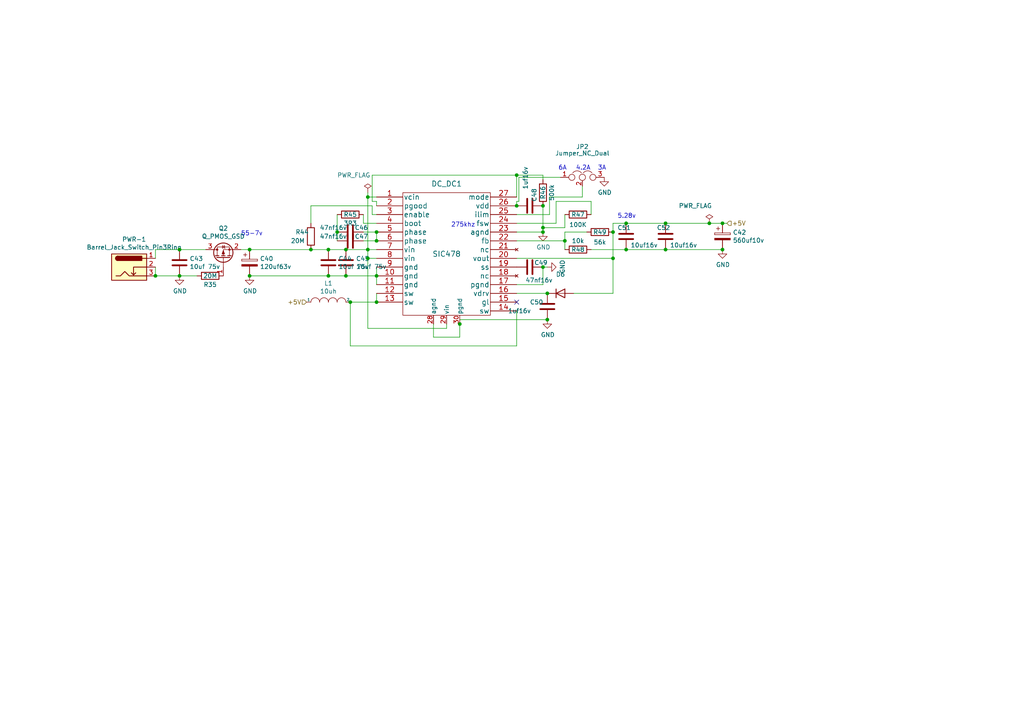
<source format=kicad_sch>
(kicad_sch (version 20211123) (generator eeschema)
  (paper "A4")
  (lib_symbols
    (symbol "Device:C" (pin_numbers hide) (pin_names (offset 0.254))
      (property "Reference" "C" (at 0.635 2.54 0))
      (property "Value" "C" (at 0.635 -2.54 0))
      (symbol "C_0_1"
        (polyline (pts (xy -2.032 -0.762) (xy 2.032 -0.762)) (stroke (width 0.508)))
        (polyline (pts (xy -2.032 0.762) (xy 2.032 0.762)) (stroke (width 0.508)))
      )
      (symbol "C_1_1"
        (pin passive line (at 0 3.81 270) (length 2.794) (name "~") (number "1"))
        (pin passive line (at 0 -3.81 90) (length 2.794) (name "~") (number "2"))
      )
    )
    (symbol "Device:D" (pin_numbers hide) (pin_names (offset 1.016) hide)
      (property "Reference" "D" (at 0 2.54 0))
      (property "Value" "D" (at 0 -2.54 0))
      (symbol "D_0_1"
        (polyline (pts (xy -1.27 1.27) (xy -1.27 -1.27)) (stroke (width 0.254)))
        (polyline (pts (xy 1.27 0) (xy -1.27 0)))
        (polyline (pts (xy 1.27 1.27) (xy 1.27 -1.27) (xy -1.27 0) (xy 1.27 1.27)) (stroke (width 0.254)))
      )
      (symbol "D_1_1"
        (pin passive line (at -3.81 0 0) (length 2.54) (name "K") (number "1"))
        (pin passive line (at 3.81 0 180) (length 2.54) (name "A") (number "2"))
      )
    )
    (symbol "Device:Q_PMOS_GSD" (pin_names (offset 0) hide)
      (property "Reference" "Q" (at 5.08 1.27 0))
      (property "Value" "Q_PMOS_GSD" (at 5.08 -1.27 0))
      (symbol "Q_PMOS_GSD_0_1"
        (polyline (pts (xy 0.254 0) (xy -2.54 0)))
        (polyline (pts (xy 0.254 1.905) (xy 0.254 -1.905)) (stroke (width 0.254)))
        (polyline (pts (xy 0.762 -1.27) (xy 0.762 -2.286)) (stroke (width 0.254)))
        (polyline (pts (xy 0.762 0.508) (xy 0.762 -0.508)) (stroke (width 0.254)))
        (polyline (pts (xy 0.762 2.286) (xy 0.762 1.27)) (stroke (width 0.254)))
        (polyline (pts (xy 2.54 2.54) (xy 2.54 1.778)))
        (polyline (pts (xy 2.54 -2.54) (xy 2.54 0) (xy 0.762 0)))
        (polyline (pts (xy 0.762 1.778) (xy 3.302 1.778) (xy 3.302 -1.778) (xy 0.762 -1.778)))
        (polyline (pts (xy 2.286 0) (xy 1.27 0.381) (xy 1.27 -0.381) (xy 2.286 0)) (fill (type outline)))
        (polyline (pts (xy 2.794 -0.508) (xy 2.921 -0.381) (xy 3.683 -0.381) (xy 3.81 -0.254)))
        (polyline (pts (xy 3.302 -0.381) (xy 2.921 0.254) (xy 3.683 0.254) (xy 3.302 -0.381)))
        (circle (center 1.651 0) (radius 2.794) (stroke (width 0.254)))
        (circle (center 2.54 -1.778) (radius 0.254) (fill (type outline)))
        (circle (center 2.54 1.778) (radius 0.254) (fill (type outline)))
      )
      (symbol "Q_PMOS_GSD_1_1"
        (pin input line (at -5.08 0 0) (length 2.54) (name "G") (number "1"))
        (pin passive line (at 2.54 -5.08 90) (length 2.54) (name "S") (number "2"))
        (pin passive line (at 2.54 5.08 270) (length 2.54) (name "D") (number "3"))
      )
    )
    (symbol "Device:R" (pin_numbers hide) (pin_names (offset 0))
      (property "Reference" "R" (at 2.032 0 90))
      (property "Value" "R" (at 0 0 90))
      (symbol "R_0_1"
        (rectangle (start -1.016 -2.54) (end 1.016 2.54) (stroke (width 0.254)))
      )
      (symbol "R_1_1"
        (pin passive line (at 0 3.81 270) (length 1.27) (name "~") (number "1"))
        (pin passive line (at 0 -3.81 90) (length 1.27) (name "~") (number "2"))
      )
    )
    (symbol "Z2_rbpi4-rescue:Barrel_Jack_Switch_Pin3Ring-Connector" (pin_names hide)
      (property "Reference" "J" (at 0 5.334 0))
      (property "Value" "Barrel_Jack_Switch_Pin3Ring-Connector" (at 0 -5.08 0))
      (symbol "Barrel_Jack_Switch_Pin3Ring-Connector_0_1"
        (rectangle (start -5.08 3.81) (end 5.08 -3.81) (stroke (width 0.254)) (fill (type background)))
        (arc (start -3.302 3.175) (mid -3.937 2.54) (end -3.302 1.905) (stroke (width 0.254)))
        (arc (start -3.302 3.175) (mid -3.937 2.54) (end -3.302 1.905) (stroke (width 0.254)) (fill (type outline)))
        (polyline (pts (xy 1.27 -2.286) (xy 1.905 -1.651)) (stroke (width 0.254)))
        (polyline (pts (xy 5.08 2.54) (xy 3.81 2.54)) (stroke (width 0.254)))
        (polyline (pts (xy 5.08 0) (xy 1.27 0) (xy 1.27 -2.286) (xy 0.635 -1.651)) (stroke (width 0.254)))
        (polyline (pts (xy -3.81 -2.54) (xy -2.54 -2.54) (xy -1.27 -1.27) (xy 0 -2.54) (xy 2.54 -2.54) (xy 5.08 -2.54)) (stroke (width 0.254)))
        (rectangle (start 3.683 3.175) (end -3.302 1.905) (stroke (width 0.254)) (fill (type outline)))
      )
      (symbol "Barrel_Jack_Switch_Pin3Ring-Connector_1_1"
        (pin passive line (at 7.62 2.54 180) (length 2.54) (name "~") (number "1"))
        (pin passive line (at 7.62 0 180) (length 2.54) (name "~") (number "2"))
        (pin passive line (at 7.62 -2.54 180) (length 2.54) (name "~") (number "3"))
      )
    )
    (symbol "Z2_rbpi4-rescue:CP-Device" (pin_numbers hide) (pin_names (offset 0.254))
      (property "Reference" "C" (at 0.635 2.54 0))
      (property "Value" "CP-Device" (at 0.635 -2.54 0))
      (symbol "CP-Device_0_1"
        (rectangle (start -2.286 0.508) (end -2.286 1.016))
        (rectangle (start -2.286 0.508) (end 2.286 0.508))
        (polyline (pts (xy -1.778 2.286) (xy -0.762 2.286)))
        (polyline (pts (xy -1.27 2.794) (xy -1.27 1.778)))
        (rectangle (start 2.286 -0.508) (end -2.286 -1.016) (fill (type outline)))
        (rectangle (start 2.286 1.016) (end -2.286 1.016))
        (rectangle (start 2.286 1.016) (end 2.286 0.508))
      )
      (symbol "CP-Device_1_1"
        (pin passive line (at 0 3.81 270) (length 2.794) (name "~") (number "1"))
        (pin passive line (at 0 -3.81 90) (length 2.794) (name "~") (number "2"))
      )
    )
    (symbol "Z2_rbpi4-rescue:Jumper_NC_Dual-Device" (pin_names (offset 0.762) hide)
      (property "Reference" "JP" (at 1.27 -2.54 0))
      (property "Value" "Jumper_NC_Dual-Device" (at 0 2.54 0))
      (symbol "Jumper_NC_Dual-Device_0_1"
        (circle (center -3.048 0) (radius 0.889))
        (arc (start -0.254 1.27) (mid -1.524 1.8804) (end -2.794 1.27))
        (circle (center 0 0) (radius 0.9144))
        (arc (start 2.794 1.27) (mid 1.524 1.8804) (end 0.254 1.27))
        (circle (center 3.048 0) (radius 0.889))
        (pin passive line (at -6.35 0 0) (length 2.413) (name "1") (number "1"))
        (pin passive line (at 0 -2.54 90) (length 1.524) (name "2") (number "2"))
        (pin passive line (at 6.35 0 180) (length 2.413) (name "3") (number "3"))
      )
    )
    (symbol "power:GND" (power) (pin_names (offset 0))
      (property "Value" "GND" (at 0 -3.81 0))
      (symbol "GND_0_1"
        (polyline (pts (xy 0 0) (xy 0 -1.27) (xy 1.27 -1.27) (xy 0 -2.54) (xy -1.27 -1.27) (xy 0 -1.27)))
      )
      (symbol "GND_1_1"
        (pin power_in line (at 0 0 270) (length 0) hide (name "GND") (number "1"))
      )
    )
    (symbol "power:PWR_FLAG" (power) (pin_numbers hide) (pin_names (offset 0) hide)
      (property "Value" "PWR_FLAG" (at 0 3.81 0))
      (symbol "PWR_FLAG_0_0"
        (pin power_out line (at 0 0 90) (length 0) (name "pwr") (number "1"))
      )
      (symbol "PWR_FLAG_0_1"
        (polyline (pts (xy 0 0) (xy 0 1.27) (xy -1.016 1.905) (xy 0 2.54) (xy 1.016 1.905) (xy 0 1.27)))
      )
    )
    (symbol "pspice:INDUCTOR" (pin_numbers hide) (pin_names (offset 0))
      (property "Reference" "L" (at 0 2.54 0))
      (property "Value" "INDUCTOR" (at 0 -1.27 0))
      (symbol "INDUCTOR_0_1"
        (arc (start -2.54 0) (mid -3.81 1.27) (end -5.08 0))
        (arc (start 0 0) (mid -1.27 1.27) (end -2.54 0))
        (arc (start 2.54 0) (mid 1.27 1.27) (end 0 0))
        (arc (start 5.08 0) (mid 3.81 1.27) (end 2.54 0))
      )
      (symbol "INDUCTOR_1_1"
        (pin input line (at -6.35 0 0) (length 1.27) (name "1") (number "1"))
        (pin input line (at 6.35 0 180) (length 1.27) (name "2") (number "2"))
      )
    )
    (symbol "sic479:SIC479" (pin_names (offset 0.254))
      (property "Reference" "U" (at 0 6.35 0))
      (symbol "SIC479_0_0"
        (pin power_in line (at -3.81 -19.05 90) (length 2.54) (name "agnd") (number "28"))
        (pin power_in line (at 0 -19.05 90) (length 2.54) (name "vin") (number "29"))
        (pin power_in line (at 3.81 -19.05 90) (length 2.54) (name "pgnd") (number "30"))
      )
      (symbol "SIC479_0_1"
        (rectangle (start -12.7 19.05) (end 12.7 -16.51))
      )
      (symbol "SIC479_1_1"
        (pin power_in line (at -20.32 17.78 0) (length 7.62) (name "vcin") (number "1"))
        (pin power_in line (at -20.32 -5.08 0) (length 7.62) (name "gnd") (number "10"))
        (pin power_in line (at -20.32 -7.62 0) (length 7.62) (name "gnd") (number "11"))
        (pin output line (at -20.32 -10.16 0) (length 7.62) (name "sw") (number "12"))
        (pin output line (at -20.32 -12.7 0) (length 7.62) (name "sw") (number "13"))
        (pin output line (at 20.32 -15.24 180) (length 7.62) (name "sw") (number "14"))
        (pin passive line (at 20.32 -12.7 180) (length 7.62) (name "gl") (number "15"))
        (pin passive line (at 20.32 -10.16 180) (length 7.62) (name "vdrv") (number "16"))
        (pin power_in line (at 20.32 -7.62 180) (length 7.62) (name "pgnd") (number "17"))
        (pin no_connect line (at 20.32 -5.08 180) (length 7.62) (name "nc") (number "18"))
        (pin passive line (at 20.32 -2.54 180) (length 7.62) (name "ss") (number "19"))
        (pin open_collector line (at -20.32 15.24 0) (length 7.62) (name "pgood") (number "2"))
        (pin passive line (at 20.32 0 180) (length 7.62) (name "vout") (number "20"))
        (pin no_connect line (at 20.32 2.54 180) (length 7.62) (name "nc") (number "21"))
        (pin passive line (at 20.32 5.08 180) (length 7.62) (name "fb") (number "22"))
        (pin power_in line (at 20.32 7.62 180) (length 7.62) (name "agnd") (number "23"))
        (pin passive line (at 20.32 10.16 180) (length 7.62) (name "fsw") (number "24"))
        (pin passive line (at 20.32 12.7 180) (length 7.62) (name "ilim") (number "25"))
        (pin passive line (at 20.32 15.24 180) (length 7.62) (name "vdd") (number "26"))
        (pin passive line (at 20.32 17.78 180) (length 7.62) (name "mode") (number "27"))
        (pin input line (at -20.32 12.7 0) (length 7.62) (name "enable") (number "3"))
        (pin passive line (at -20.32 10.16 0) (length 7.62) (name "boot") (number "4"))
        (pin passive line (at -20.32 7.62 0) (length 7.62) (name "phase") (number "5"))
        (pin passive line (at -20.32 5.08 0) (length 7.62) (name "phase") (number "6"))
        (pin power_in line (at -20.32 2.54 0) (length 7.62) (name "vin") (number "7"))
        (pin power_in line (at -20.32 0 0) (length 7.62) (name "vin") (number "8"))
        (pin power_in line (at -20.32 -2.54 0) (length 7.62) (name "gnd") (number "9"))
      )
    )
  )
  (junction (at 45.085 80.01))
  (junction (at 95.25 72.39))
  (junction (at 52.07 80.01))
  (junction (at 158.75 92.71))
  (junction (at 106.68 72.39))
  (junction (at 100.33 72.39))
  (junction (at 106.68 74.93))
  (junction (at 109.22 69.85))
  (junction (at 177.8 67.31))
  (junction (at 109.22 67.31))
  (junction (at 209.55 64.77))
  (junction (at 133.35 93.98))
  (junction (at 101.6 87.63))
  (junction (at 97.79 67.31))
  (junction (at 72.39 72.39))
  (junction (at 157.48 66.04))
  (junction (at 177.8 74.93))
  (junction (at 109.22 80.01))
  (junction (at 193.04 64.77))
  (junction (at 149.86 59.69))
  (junction (at 52.07 72.39))
  (junction (at 100.33 80.01))
  (junction (at 95.25 80.01))
  (junction (at 72.39 80.01))
  (junction (at 106.68 57.15))
  (junction (at 181.61 72.39))
  (junction (at 205.74 64.77))
  (junction (at 157.48 59.69))
  (junction (at 193.04 72.39))
  (junction (at 90.17 72.39))
  (junction (at 157.48 77.47))
  (junction (at 163.83 69.85))
  (junction (at 209.55 72.39))
  (junction (at 158.75 85.09))
  (junction (at 109.22 87.63))
  (junction (at 181.61 64.77))
  (junction (at 149.86 50.8))
  (junction (at 157.48 67.31))
  (no_connect (at 149.86 87.63))
  (wire (pts (xy 193.04 64.77) (xy 205.74 64.77)))
  (wire (pts (xy 90.17 72.39) (xy 95.25 72.39)))
  (wire (pts (xy 101.6 100.33) (xy 101.6 87.63)))
  (wire (pts (xy 109.22 57.15) (xy 106.68 57.15)))
  (wire (pts (xy 45.085 72.39) (xy 52.07 72.39)))
  (wire (pts (xy 177.8 85.09) (xy 166.37 85.09)))
  (wire (pts (xy 162.56 51.435) (xy 150.495 51.435)))
  (wire (pts (xy 149.86 64.77) (xy 161.29 64.77)))
  (wire (pts (xy 163.83 62.23) (xy 163.83 66.04)))
  (wire (pts (xy 106.68 57.15) (xy 106.68 72.39)))
  (wire (pts (xy 149.86 90.17) (xy 149.86 100.33)))
  (wire (pts (xy 107.95 59.69) (xy 107.95 62.23)))
  (wire (pts (xy 168.91 57.15) (xy 168.91 53.975)))
  (wire (pts (xy 157.48 66.04) (xy 157.48 67.31)))
  (wire (pts (xy 158.75 92.71) (xy 133.35 92.71)))
  (wire (pts (xy 109.22 67.31) (xy 109.22 69.85)))
  (wire (pts (xy 107.95 62.23) (xy 109.22 62.23)))
  (wire (pts (xy 133.35 92.71) (xy 133.35 93.98)))
  (wire (pts (xy 181.61 64.77) (xy 193.04 64.77)))
  (wire (pts (xy 149.86 82.55) (xy 157.48 82.55)))
  (wire (pts (xy 109.22 80.01) (xy 109.22 82.55)))
  (wire (pts (xy 109.22 58.42) (xy 107.95 58.42)))
  (wire (pts (xy 72.39 80.01) (xy 95.25 80.01)))
  (wire (pts (xy 149.86 50.8) (xy 157.48 50.8)))
  (wire (pts (xy 106.68 72.39) (xy 106.68 74.93)))
  (wire (pts (xy 90.17 64.77) (xy 90.17 59.69)))
  (wire (pts (xy 125.73 97.79) (xy 133.35 97.79)))
  (wire (pts (xy 109.22 74.93) (xy 106.68 74.93)))
  (wire (pts (xy 159.385 57.15) (xy 168.91 57.15)))
  (wire (pts (xy 150.495 58.42) (xy 149.86 58.42)))
  (wire (pts (xy 163.83 69.85) (xy 163.83 72.39)))
  (wire (pts (xy 171.45 72.39) (xy 181.61 72.39)))
  (wire (pts (xy 105.41 64.77) (xy 105.41 62.23)))
  (wire (pts (xy 107.95 58.42) (xy 107.95 50.8)))
  (wire (pts (xy 45.085 77.47) (xy 45.085 80.01)))
  (wire (pts (xy 90.17 59.69) (xy 107.95 59.69)))
  (wire (pts (xy 106.68 95.25) (xy 129.54 95.25)))
  (wire (pts (xy 161.29 64.77) (xy 161.29 58.42)))
  (wire (pts (xy 209.55 64.77) (xy 210.82 64.77)))
  (wire (pts (xy 129.54 95.25) (xy 129.54 93.98)))
  (wire (pts (xy 52.07 72.39) (xy 59.69 72.39)))
  (wire (pts (xy 171.45 58.42) (xy 171.45 62.23)))
  (wire (pts (xy 97.79 67.31) (xy 97.79 62.23)))
  (wire (pts (xy 106.68 74.93) (xy 106.68 95.25)))
  (wire (pts (xy 181.61 72.39) (xy 193.04 72.39)))
  (wire (pts (xy 45.085 80.01) (xy 52.07 80.01)))
  (wire (pts (xy 72.39 72.39) (xy 90.17 72.39)))
  (wire (pts (xy 159.385 62.23) (xy 159.385 57.15)))
  (wire (pts (xy 149.86 67.31) (xy 157.48 67.31)))
  (wire (pts (xy 149.86 100.33) (xy 101.6 100.33)))
  (wire (pts (xy 100.33 80.01) (xy 95.25 80.01)))
  (wire (pts (xy 109.22 85.09) (xy 109.22 87.63)))
  (wire (pts (xy 69.85 72.39) (xy 72.39 72.39)))
  (wire (pts (xy 177.8 74.93) (xy 149.86 74.93)))
  (wire (pts (xy 149.86 50.8) (xy 149.86 57.15)))
  (wire (pts (xy 177.8 67.31) (xy 177.8 74.93)))
  (wire (pts (xy 45.085 72.39) (xy 45.085 74.93)))
  (wire (pts (xy 149.86 69.85) (xy 163.83 69.85)))
  (wire (pts (xy 177.8 64.77) (xy 181.61 64.77)))
  (wire (pts (xy 150.495 51.435) (xy 150.495 58.42)))
  (wire (pts (xy 205.74 64.77) (xy 209.55 64.77)))
  (wire (pts (xy 125.73 93.98) (xy 125.73 97.79)))
  (wire (pts (xy 163.83 67.31) (xy 163.83 69.85)))
  (wire (pts (xy 109.22 67.31) (xy 105.41 67.31)))
  (wire (pts (xy 161.29 58.42) (xy 171.45 58.42)))
  (wire (pts (xy 109.22 80.01) (xy 100.33 80.01)))
  (wire (pts (xy 105.41 64.77) (xy 109.22 64.77)))
  (wire (pts (xy 193.04 72.39) (xy 209.55 72.39)))
  (wire (pts (xy 177.8 74.93) (xy 177.8 85.09)))
  (wire (pts (xy 133.35 93.98) (xy 133.35 97.79)))
  (wire (pts (xy 109.22 59.69) (xy 109.22 58.42)))
  (wire (pts (xy 157.48 82.55) (xy 157.48 77.47)))
  (wire (pts (xy 109.22 77.47) (xy 109.22 80.01)))
  (wire (pts (xy 52.07 80.01) (xy 57.15 80.01)))
  (wire (pts (xy 157.48 59.69) (xy 157.48 66.04)))
  (wire (pts (xy 106.68 55.88) (xy 106.68 57.15)))
  (wire (pts (xy 170.18 67.31) (xy 163.83 67.31)))
  (wire (pts (xy 97.79 69.85) (xy 97.79 67.31)))
  (wire (pts (xy 149.86 62.23) (xy 159.385 62.23)))
  (wire (pts (xy 149.86 85.09) (xy 158.75 85.09)))
  (wire (pts (xy 95.25 72.39) (xy 100.33 72.39)))
  (wire (pts (xy 157.48 50.8) (xy 157.48 52.07)))
  (wire (pts (xy 158.75 77.47) (xy 157.48 77.47)))
  (wire (pts (xy 109.22 87.63) (xy 101.6 87.63)))
  (wire (pts (xy 177.8 64.77) (xy 177.8 67.31)))
  (wire (pts (xy 105.41 69.85) (xy 109.22 69.85)))
  (wire (pts (xy 100.33 72.39) (xy 106.68 72.39)))
  (wire (pts (xy 107.95 50.8) (xy 149.86 50.8)))
  (wire (pts (xy 149.86 58.42) (xy 149.86 59.69)))
  (wire (pts (xy 106.68 72.39) (xy 109.22 72.39)))
  (wire (pts (xy 163.83 66.04) (xy 157.48 66.04)))
  (text "6A" (at 161.925 49.53 0) (effects (font (size 1.27 1.27)) (justify left bottom)))
  (text "4.2A" (at 167.005 49.53 0) (effects (font (size 1.27 1.27)) (justify left bottom)))
  (text "275khz" (at 130.81 66.04 0) (effects (font (size 1.27 1.27)) (justify left bottom)))
  (text "55-7v" (at 69.85 68.58 0) (effects (font (size 1.27 1.27)) (justify left bottom)))
  (text "3A" (at 173.355 49.53 0) (effects (font (size 1.27 1.27)) (justify left bottom)))
  (text "5.28v" (at 179.07 63.5 0) (effects (font (size 1.27 1.27)) (justify left bottom)))
  (hierarchical_label "+5V" (shape input) (at 210.82 64.77 0))
  (hierarchical_label "+5V" (shape input) (at 88.9 87.63 180))
  (symbol (lib_id "sic479:SIC479") (at 129.54 74.93 0) (unit 1)
    (property "Reference" "DC_DC1" (at 129.54 53.3146 0) (effects (font (size 1.524 1.524))))
    (property "Value" "SIC478" (at 129.54 73.66 0) (effects (font (size 1.524 1.524))))
    (property "Footprint" "Z2:sic479" (effects hide))
  )
  (symbol (lib_id "pspice:INDUCTOR") (at 95.25 87.63 0) (unit 1)
    (property "Reference" "L1" (at 95.25 82.169 0))
    (property "Value" "10uh" (at 95.25 84.4804 0))
    (property "Footprint" "Z2:PA4343.103NLT" (effects hide))
  )
  (symbol (lib_id "Device:C") (at 52.07 76.2 0) (unit 1)
    (property "Reference" "C43" (at 54.991 75.0316 0) (effects (justify left)))
    (property "Value" "10uf 75v" (at 54.991 77.343 0) (effects (justify left)))
    (property "Footprint" "Capacitor_SMD:C_1210_3225Metric" (effects hide))
  )
  (symbol (lib_id "Device:C") (at 95.25 76.2 0) (unit 1)
    (property "Reference" "C44" (at 98.171 75.0316 0) (effects (justify left)))
    (property "Value" "10uf 75v" (at 98.171 77.343 0) (effects (justify left)))
    (property "Footprint" "Capacitor_SMD:C_1210_3225Metric" (effects hide))
  )
  (symbol (lib_id "Device:R") (at 167.64 62.23 90) (unit 1)
    (property "Reference" "R47" (at 167.64 62.23 90))
    (property "Value" "100K" (at 167.64 65.1764 90))
    (property "Footprint" "Resistor_SMD:R_0402_1005Metric" (effects hide))
  )
  (symbol (lib_id "Device:C") (at 101.6 69.85 270) (unit 1)
    (property "Reference" "C47" (at 102.87 68.58 90) (effects (justify left)))
    (property "Value" "47nf16v" (at 92.71 68.58 90) (effects (justify left)))
    (property "Footprint" "Capacitor_SMD:C_0402_1005Metric" (effects hide))
  )
  (symbol (lib_id "Device:R") (at 101.6 62.23 90) (unit 1)
    (property "Reference" "R45" (at 101.6 62.23 90))
    (property "Value" "3R3" (at 101.6 64.77 90))
    (property "Footprint" "Resistor_SMD:R_0402_1005Metric" (effects hide))
  )
  (symbol (lib_id "Device:C") (at 101.6 67.31 270) (unit 1)
    (property "Reference" "C46" (at 102.87 66.04 90) (effects (justify left)))
    (property "Value" "47nf16v" (at 92.71 66.04 90) (effects (justify left)))
    (property "Footprint" "Capacitor_SMD:C_0402_1005Metric" (effects hide))
  )
  (symbol (lib_id "Device:C") (at 181.61 68.58 0) (unit 1)
    (property "Reference" "C51" (at 179.07 66.04 0) (effects (justify left)))
    (property "Value" "10uf16v" (at 182.88 71.12 0) (effects (justify left)))
    (property "Footprint" "Capacitor_SMD:C_0805_2012Metric" (effects hide))
  )
  (symbol (lib_id "Device:C") (at 193.04 68.58 0) (unit 1)
    (property "Reference" "C52" (at 190.5 66.04 0) (effects (justify left)))
    (property "Value" "10uf16v" (at 194.31 71.12 0) (effects (justify left)))
    (property "Footprint" "Capacitor_SMD:C_0805_2012Metric" (effects hide))
  )
  (symbol (lib_id "power:PWR_FLAG") (at 106.68 55.88 0) (unit 1)
    (property "Reference" "#+48V01" (effects hide))
    (property "Value" "PWR_FLAG" (at 97.79 50.8 0) (effects (justify left)))
  )
  (symbol (lib_id "power:PWR_FLAG") (at 205.74 64.77 0) (unit 1)
    (property "Reference" "#5.01" (effects hide))
    (property "Value" "PWR_FLAG" (at 196.85 59.69 0) (effects (justify left)))
  )
  (symbol (lib_id "power:GND") (at 209.55 72.39 0) (unit 1)
    (property "Reference" "#PWR034" (effects hide))
    (property "Value" "GND" (at 209.677 76.7842 0))
  )
  (symbol (lib_id "Device:C") (at 153.67 77.47 270) (unit 1)
    (property "Reference" "C49" (at 154.94 76.2 90) (effects (justify left)))
    (property "Value" "47nf16v" (at 152.4 81.28 90) (effects (justify left)))
    (property "Footprint" "Capacitor_SMD:C_0402_1005Metric" (effects hide))
  )
  (symbol (lib_id "power:GND") (at 158.75 77.47 90) (unit 1)
    (property "Reference" "#PWR032" (effects hide))
    (property "Value" "GND" (at 163.1442 77.343 0))
  )
  (symbol (lib_id "Device:C") (at 100.33 76.2 0) (unit 1)
    (property "Reference" "C45" (at 103.251 75.0316 0) (effects (justify left)))
    (property "Value" "10uf 75v" (at 103.251 77.343 0) (effects (justify left)))
    (property "Footprint" "Capacitor_SMD:C_1210_3225Metric" (effects hide))
  )
  (symbol (lib_id "Device:C") (at 158.75 88.9 0) (unit 1)
    (property "Reference" "C50" (at 153.67 87.63 0) (effects (justify left)))
    (property "Value" "1uf16v" (at 147.32 90.17 0) (effects (justify left)))
    (property "Footprint" "Capacitor_SMD:C_0603_1608Metric" (effects hide))
  )
  (symbol (lib_id "Device:C") (at 153.67 59.69 270) (unit 1)
    (property "Reference" "C48" (at 154.94 54.61 0) (effects (justify left)))
    (property "Value" "1uf16v" (at 152.4 48.26 0) (effects (justify left)))
    (property "Footprint" "Capacitor_SMD:C_0603_1608Metric" (effects hide))
  )
  (symbol (lib_id "power:GND") (at 157.48 67.31 0) (unit 1)
    (property "Reference" "#PWR031" (effects hide))
    (property "Value" "GND" (at 157.607 71.7042 0))
  )
  (symbol (lib_id "power:GND") (at 158.75 92.71 0) (unit 1)
    (property "Reference" "#PWR033" (effects hide))
    (property "Value" "GND" (at 158.877 97.1042 0))
  )
  (symbol (lib_id "power:GND") (at 52.07 80.01 0) (unit 1)
    (property "Reference" "#PWR030" (effects hide))
    (property "Value" "GND" (at 52.197 84.4042 0))
  )
  (symbol (lib_id "Device:R") (at 173.99 67.31 90) (unit 1)
    (property "Reference" "R49" (at 173.99 67.31 90))
    (property "Value" "56k" (at 173.99 70.2564 90))
    (property "Footprint" "Resistor_SMD:R_0402_1005Metric" (effects hide))
  )
  (symbol (lib_id "Device:R") (at 167.64 72.39 90) (unit 1)
    (property "Reference" "R48" (at 167.64 72.39 90))
    (property "Value" "10k" (at 167.64 69.85 90))
    (property "Footprint" "Resistor_SMD:R_0402_1005Metric" (effects hide))
  )
  (symbol (lib_id "Device:R") (at 90.17 68.58 180) (unit 1)
    (property "Reference" "R44" (at 87.63 67.31 0))
    (property "Value" "20M" (at 86.36 69.85 0))
    (property "Footprint" "Resistor_SMD:R_0805_2012Metric" (effects hide))
  )
  (symbol (lib_id "Device:R") (at 157.48 55.88 0) (unit 1)
    (property "Reference" "R46" (at 157.48 55.88 90))
    (property "Value" "500k" (at 160.02 55.88 90))
    (property "Footprint" "Resistor_SMD:R_0402_1005Metric" (effects hide))
  )
  (symbol (lib_id "Device:D") (at 162.56 85.09 0) (unit 1)
    (property "Reference" "D6" (at 162.56 79.5782 0))
    (property "Value" "CUS10S30" (effects hide))
    (property "Footprint" "Z2:CUS10S30" (effects hide))
  )
  (symbol (lib_id "Z2_rbpi4-rescue:Jumper_NC_Dual-Device") (at 168.91 51.435 0) (unit 1)
    (property "Reference" "JP2" (at 168.91 42.545 0))
    (property "Value" "Jumper_NC_Dual" (at 168.91 44.45 0))
    (property "Footprint" "Jumper:SolderJumper-3_P1.3mm_Open_RoundedPad1.0x1.5mm" (effects hide))
  )
  (symbol (lib_id "power:GND") (at 175.26 51.435 0) (unit 1)
    (property "Reference" "#PWR036" (effects hide))
    (property "Value" "GND" (at 175.387 55.8292 0))
  )
  (symbol (lib_id "Z2_rbpi4-rescue:Barrel_Jack_Switch_Pin3Ring-Connector") (at 37.465 77.47 0) (unit 1)
    (property "Reference" "PWR-1" (at 38.9128 69.4182 0))
    (property "Value" "Barrel_Jack_Switch_Pin3Ring" (at 38.9128 71.7296 0))
    (property "Footprint" "Z2:LRJ_Series_Power_Connector" (effects hide))
  )
  (symbol (lib_id "Z2_rbpi4-rescue:CP-Device") (at 72.39 76.2 0) (unit 1)
    (property "Reference" "C40" (at 75.3872 75.0316 0) (effects (justify left)))
    (property "Value" "120uf63v" (at 75.3872 77.343 0) (effects (justify left)))
    (property "Footprint" "Capacitor_THT:CP_Radial_D10.0mm_P5.00mm" (effects hide))
  )
  (symbol (lib_id "Z2_rbpi4-rescue:CP-Device") (at 209.55 68.58 0) (unit 1)
    (property "Reference" "C42" (at 212.5472 67.4116 0) (effects (justify left)))
    (property "Value" "560uf10v" (at 212.5472 69.723 0) (effects (justify left)))
    (property "Footprint" "Z2:CP_Radial_D6.3mm_P2.50mm_Higher" (effects hide))
  )
  (symbol (lib_id "Device:Q_PMOS_GSD") (at 64.77 74.93 90) (unit 1)
    (property "Reference" "Q2" (at 64.77 66.2432 90))
    (property "Value" "Q_PMOS_GSD" (at 64.77 68.5546 90))
    (property "Footprint" "Package_TO_SOT_SMD:Vishay_PowerPAK_SC70-6L_Single" (effects hide))
  )
  (symbol (lib_id "power:GND") (at 72.39 80.01 0) (unit 1)
    (property "Reference" "#PWR035" (effects hide))
    (property "Value" "GND" (at 72.517 84.4042 0))
  )
  (symbol (lib_id "Device:R") (at 60.96 80.01 90) (unit 1)
    (property "Reference" "R35" (at 60.96 82.55 90))
    (property "Value" "20M" (at 60.96 80.01 90))
    (property "Footprint" "Resistor_SMD:R_0805_2012Metric" (effects hide))
  )
)
</source>
